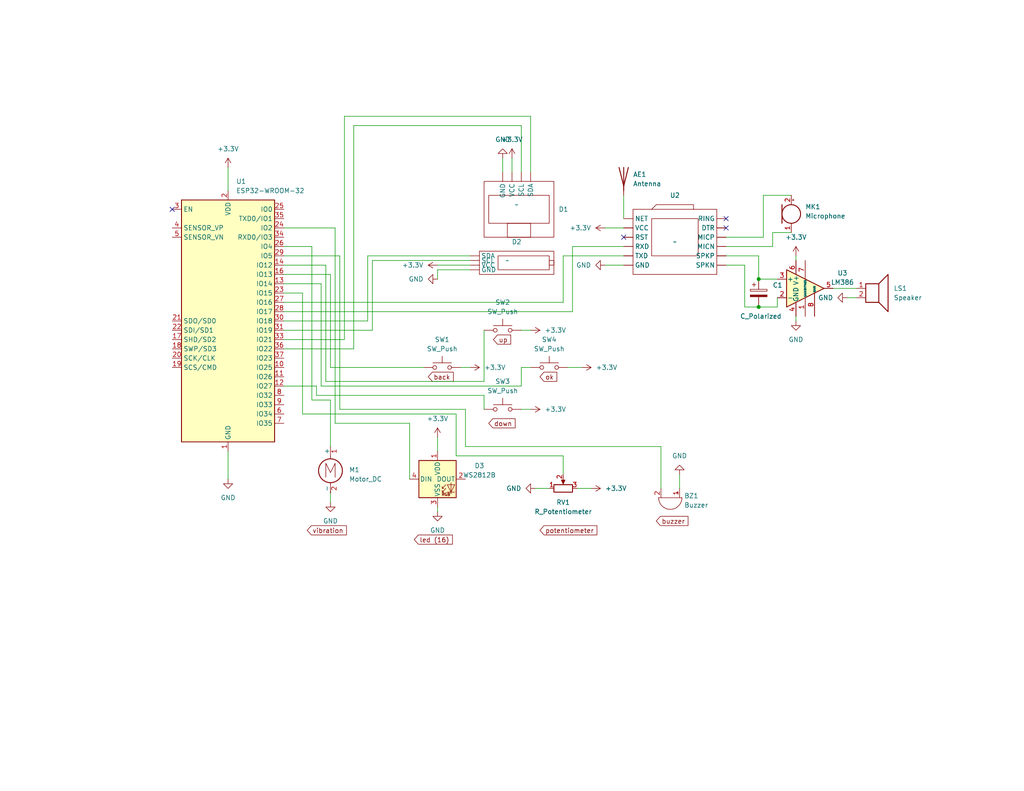
<source format=kicad_sch>
(kicad_sch (version 20230121) (generator eeschema)
  (paper "USLetter")
  (title_block (title "BComfy") (rev "0.1") (company "BComfy") (comment 1 "PrepaTec Saltillo - PrepAPPS 2024"))
  (lib_symbols
    (symbol "Amplifier_Audio:LM386" (pin_names (offset 0.127))
      (property "Reference" "U" (at 1.27 7.62 0))
      (property "Value" "LM386" (at 1.27 5.08 0))
      (symbol "LM386_0_1"
        (polyline (pts (xy 5.08 0) (xy -5.08 5.08) (xy -5.08 -5.08) (xy 5.08 0)) (stroke (width 0.254)) (fill (type background)))
      )
      (symbol "LM386_1_1"
        (pin input line (at 0 -7.62 90) (length 5.08) (name "GAIN") (number "1"))
        (pin input line (at -7.62 -2.54 0) (length 2.54) (name "-") (number "2"))
        (pin input line (at -7.62 2.54 0) (length 2.54) (name "+") (number "3"))
        (pin power_in line (at -2.54 -7.62 90) (length 3.81) (name "GND") (number "4"))
        (pin output line (at 7.62 0 180) (length 2.54) (name "~") (number "5"))
        (pin power_in line (at -2.54 7.62 270) (length 3.81) (name "V+") (number "6"))
        (pin input line (at 0 7.62 270) (length 5.08) (name "BYPASS") (number "7"))
        (pin input line (at 2.54 -7.62 90) (length 6.35) (name "GAIN") (number "8"))
      )
    )
    (symbol "Device:Antenna" (pin_numbers hide) (pin_names (offset 1.016) hide)
      (property "Reference" "AE" (at -1.905 1.905 0))
      (property "Value" "Antenna" (at -1.905 0 0))
      (symbol "Antenna_0_1"
        (polyline (pts (xy 0 2.54) (xy 0 -3.81)) (stroke (width 0.254)))
        (polyline (pts (xy 1.27 2.54) (xy 0 -2.54) (xy -1.27 2.54)) (stroke (width 0.254)))
      )
      (symbol "Antenna_1_1"
        (pin input line (at 0 -5.08 90) (length 2.54) (name "A") (number "1"))
      )
    )
    (symbol "Device:Buzzer" (pin_names (offset 0.0254) hide)
      (property "Reference" "BZ" (at 3.81 1.27 0))
      (property "Value" "Buzzer" (at 3.81 -1.27 0))
      (symbol "Buzzer_0_1"
        (arc (start 0 -3.175) (mid 3.1612 0) (end 0 3.175))
        (polyline (pts (xy -1.651 1.905) (xy -1.143 1.905)))
        (polyline (pts (xy -1.397 2.159) (xy -1.397 1.651)))
        (polyline (pts (xy 0 3.175) (xy 0 -3.175)))
      )
      (symbol "Buzzer_1_1"
        (pin passive line (at -2.54 2.54 0) (length 2.54) (name "+") (number "1"))
        (pin passive line (at -2.54 -2.54 0) (length 2.54) (name "-") (number "2"))
      )
    )
    (symbol "Device:C_Polarized" (pin_numbers hide) (pin_names (offset 0.254))
      (property "Reference" "C" (at 0.635 2.54 0))
      (property "Value" "C_Polarized" (at 0.635 -2.54 0))
      (symbol "C_Polarized_0_1"
        (rectangle (start -2.286 0.508) (end 2.286 1.016))
        (polyline (pts (xy -1.778 2.286) (xy -0.762 2.286)))
        (polyline (pts (xy -1.27 2.794) (xy -1.27 1.778)))
        (rectangle (start 2.286 -0.508) (end -2.286 -1.016) (fill (type outline)))
      )
      (symbol "C_Polarized_1_1"
        (pin passive line (at 0 3.81 270) (length 2.794) (name "~") (number "1"))
        (pin passive line (at 0 -3.81 90) (length 2.794) (name "~") (number "2"))
      )
    )
    (symbol "Device:Microphone" (pin_names (offset 0.0254) hide)
      (property "Reference" "MK" (at -3.81 1.27 0))
      (property "Value" "Microphone" (at -3.81 -0.635 0))
      (symbol "Microphone_0_1"
        (polyline (pts (xy -2.54 2.54) (xy -2.54 -2.54)) (stroke (width 0.254)))
        (polyline (pts (xy 0.254 3.81) (xy 0.762 3.81)))
        (polyline (pts (xy 0.508 4.064) (xy 0.508 3.556)))
        (circle (center 0 0) (radius 2.54) (stroke (width 0.254)))
      )
      (symbol "Microphone_1_1"
        (pin passive line (at 0 -5.08 90) (length 2.54) (name "-") (number "1"))
        (pin passive line (at 0 5.08 270) (length 2.54) (name "+") (number "2"))
      )
    )
    (symbol "Device:R_Potentiometer" (pin_names (offset 1.016) hide)
      (property "Reference" "RV" (at -4.445 0 90))
      (property "Value" "R_Potentiometer" (at -2.54 0 90))
      (symbol "R_Potentiometer_0_1"
        (polyline (pts (xy 2.54 0) (xy 1.524 0)))
        (polyline (pts (xy 1.143 0) (xy 2.286 0.508) (xy 2.286 -0.508) (xy 1.143 0)) (fill (type outline)))
        (rectangle (start 1.016 2.54) (end -1.016 -2.54) (stroke (width 0.254)))
      )
      (symbol "R_Potentiometer_1_1"
        (pin passive line (at 0 3.81 270) (length 1.27) (name "1") (number "1"))
        (pin passive line (at 3.81 0 180) (length 1.27) (name "2") (number "2"))
        (pin passive line (at 0 -3.81 90) (length 1.27) (name "3") (number "3"))
      )
    )
    (symbol "Device:Speaker" (pin_names (offset 0) hide)
      (property "Reference" "LS" (at 1.27 5.715 0))
      (property "Value" "Speaker" (at 1.27 3.81 0))
      (symbol "Speaker_0_0"
        (rectangle (start -2.54 1.27) (end 1.016 -3.81) (stroke (width 0.254)))
        (polyline (pts (xy 1.016 1.27) (xy 3.556 3.81) (xy 3.556 -6.35) (xy 1.016 -3.81)) (stroke (width 0.254)))
      )
      (symbol "Speaker_1_1"
        (pin input line (at -5.08 0 0) (length 2.54) (name "1") (number "1"))
        (pin input line (at -5.08 -2.54 0) (length 2.54) (name "2") (number "2"))
      )
    )
    (symbol "LED:WS2812B" (pin_names (offset 0.254))
      (property "Reference" "D" (at 5.08 5.715 0))
      (property "Value" "WS2812B" (at 1.27 -5.715 0))
      (symbol "WS2812B_0_0"
        (text "RGB" (at 2.286 -4.191 0) (effects (font (size 0.762 0.762))))
      )
      (symbol "WS2812B_0_1"
        (polyline (pts (xy 1.27 -3.556) (xy 1.778 -3.556)))
        (polyline (pts (xy 1.27 -2.54) (xy 1.778 -2.54)))
        (polyline (pts (xy 4.699 -3.556) (xy 2.667 -3.556)))
        (polyline (pts (xy 2.286 -2.54) (xy 1.27 -3.556) (xy 1.27 -3.048)))
        (polyline (pts (xy 2.286 -1.524) (xy 1.27 -2.54) (xy 1.27 -2.032)))
        (polyline (pts (xy 3.683 -1.016) (xy 3.683 -3.556) (xy 3.683 -4.064)))
        (polyline (pts (xy 4.699 -1.524) (xy 2.667 -1.524) (xy 3.683 -3.556) (xy 4.699 -1.524)))
        (rectangle (start 5.08 5.08) (end -5.08 -5.08) (stroke (width 0.254)) (fill (type background)))
      )
      (symbol "WS2812B_1_1"
        (pin power_in line (at 0 7.62 270) (length 2.54) (name "VDD") (number "1"))
        (pin output line (at 7.62 0 180) (length 2.54) (name "DOUT") (number "2"))
        (pin power_in line (at 0 -7.62 90) (length 2.54) (name "VSS") (number "3"))
        (pin input line (at -7.62 0 0) (length 2.54) (name "DIN") (number "4"))
      )
    )
    (symbol "Motor:Motor_DC" (pin_names (offset 0))
      (property "Reference" "M" (at 2.54 2.54 0))
      (property "Value" "Motor_DC" (at 2.54 -5.08 0))
      (symbol "Motor_DC_0_0"
        (polyline (pts (xy -1.27 -3.302) (xy -1.27 0.508) (xy 0 -2.032) (xy 1.27 0.508) (xy 1.27 -3.302)))
      )
      (symbol "Motor_DC_0_1"
        (circle (center 0 -1.524) (radius 3.2512) (stroke (width 0.254)))
        (polyline (pts (xy 0 -7.62) (xy 0 -7.112)))
        (polyline (pts (xy 0 -4.7752) (xy 0 -5.1816)))
        (polyline (pts (xy 0 1.7272) (xy 0 2.0828)))
        (polyline (pts (xy 0 2.032) (xy 0 2.54)))
      )
      (symbol "Motor_DC_1_1"
        (pin passive line (at 0 5.08 270) (length 2.54) (name "+") (number "1"))
        (pin passive line (at 0 -7.62 90) (length 2.54) (name "-") (number "2"))
      )
    )
    (symbol "RF_Module:ESP32-WROOM-32"
      (property "Reference" "U" (at -12.7 34.29 0))
      (property "Value" "ESP32-WROOM-32" (at 1.27 34.29 0))
      (symbol "ESP32-WROOM-32_0_1"
        (rectangle (start -12.7 33.02) (end 12.7 -33.02) (stroke (width 0.254)) (fill (type background)))
      )
      (symbol "ESP32-WROOM-32_1_1"
        (pin power_in line (at 0 -35.56 90) (length 2.54) (name "GND") (number "1"))
        (pin bidirectional line (at 15.24 -12.7 180) (length 2.54) (name "IO25") (number "10"))
        (pin bidirectional line (at 15.24 -15.24 180) (length 2.54) (name "IO26") (number "11"))
        (pin bidirectional line (at 15.24 -17.78 180) (length 2.54) (name "IO27") (number "12"))
        (pin bidirectional line (at 15.24 10.16 180) (length 2.54) (name "IO14") (number "13"))
        (pin bidirectional line (at 15.24 15.24 180) (length 2.54) (name "IO12") (number "14"))
        (pin passive line (at 0 -35.56 90) (length 2.54) hide (name "GND") (number "15"))
        (pin bidirectional line (at 15.24 12.7 180) (length 2.54) (name "IO13") (number "16"))
        (pin bidirectional line (at -15.24 -5.08 0) (length 2.54) (name "SHD/SD2") (number "17"))
        (pin bidirectional line (at -15.24 -7.62 0) (length 2.54) (name "SWP/SD3") (number "18"))
        (pin bidirectional line (at -15.24 -12.7 0) (length 2.54) (name "SCS/CMD") (number "19"))
        (pin power_in line (at 0 35.56 270) (length 2.54) (name "VDD") (number "2"))
        (pin bidirectional line (at -15.24 -10.16 0) (length 2.54) (name "SCK/CLK") (number "20"))
        (pin bidirectional line (at -15.24 0 0) (length 2.54) (name "SDO/SD0") (number "21"))
        (pin bidirectional line (at -15.24 -2.54 0) (length 2.54) (name "SDI/SD1") (number "22"))
        (pin bidirectional line (at 15.24 7.62 180) (length 2.54) (name "IO15") (number "23"))
        (pin bidirectional line (at 15.24 25.4 180) (length 2.54) (name "IO2") (number "24"))
        (pin bidirectional line (at 15.24 30.48 180) (length 2.54) (name "IO0") (number "25"))
        (pin bidirectional line (at 15.24 20.32 180) (length 2.54) (name "IO4") (number "26"))
        (pin bidirectional line (at 15.24 5.08 180) (length 2.54) (name "IO16") (number "27"))
        (pin bidirectional line (at 15.24 2.54 180) (length 2.54) (name "IO17") (number "28"))
        (pin bidirectional line (at 15.24 17.78 180) (length 2.54) (name "IO5") (number "29"))
        (pin input line (at -15.24 30.48 0) (length 2.54) (name "EN") (number "3"))
        (pin bidirectional line (at 15.24 0 180) (length 2.54) (name "IO18") (number "30"))
        (pin bidirectional line (at 15.24 -2.54 180) (length 2.54) (name "IO19") (number "31"))
        (pin no_connect line (at -12.7 -27.94 0) (length 2.54) hide (name "NC") (number "32"))
        (pin bidirectional line (at 15.24 -5.08 180) (length 2.54) (name "IO21") (number "33"))
        (pin bidirectional line (at 15.24 22.86 180) (length 2.54) (name "RXD0/IO3") (number "34"))
        (pin bidirectional line (at 15.24 27.94 180) (length 2.54) (name "TXD0/IO1") (number "35"))
        (pin bidirectional line (at 15.24 -7.62 180) (length 2.54) (name "IO22") (number "36"))
        (pin bidirectional line (at 15.24 -10.16 180) (length 2.54) (name "IO23") (number "37"))
        (pin passive line (at 0 -35.56 90) (length 2.54) hide (name "GND") (number "38"))
        (pin passive line (at 0 -35.56 90) (length 2.54) hide (name "GND") (number "39"))
        (pin input line (at -15.24 25.4 0) (length 2.54) (name "SENSOR_VP") (number "4"))
        (pin input line (at -15.24 22.86 0) (length 2.54) (name "SENSOR_VN") (number "5"))
        (pin input line (at 15.24 -25.4 180) (length 2.54) (name "IO34") (number "6"))
        (pin input line (at 15.24 -27.94 180) (length 2.54) (name "IO35") (number "7"))
        (pin bidirectional line (at 15.24 -20.32 180) (length 2.54) (name "IO32") (number "8"))
        (pin bidirectional line (at 15.24 -22.86 180) (length 2.54) (name "IO33") (number "9"))
      )
    )
    (symbol "Switch:SW_Push" (pin_numbers hide) (pin_names (offset 1.016) hide)
      (property "Reference" "SW" (at 1.27 2.54 0))
      (property "Value" "SW_Push" (at 0 -1.524 0))
      (symbol "SW_Push_0_1"
        (circle (center -2.032 0) (radius 0.508))
        (polyline (pts (xy 0 1.27) (xy 0 3.048)))
        (polyline (pts (xy 2.54 1.27) (xy -2.54 1.27)))
        (circle (center 2.032 0) (radius 0.508))
        (pin passive line (at -5.08 0 0) (length 2.54) (name "1") (number "1"))
        (pin passive line (at 5.08 0 180) (length 2.54) (name "2") (number "2"))
      )
    )
    (symbol "gsm:SIM800L"
      (property "Reference" "U" (at 0 0 0))
      (symbol "SIM800L_0_1"
        (rectangle (start -11.43 8.89) (end 11.43 -8.89))
        (rectangle (start -6.35 6.35) (end 6.35 -3.81))
        (polyline (pts (xy -5.08 10.16) (xy -6.35 8.89)))
        (polyline (pts (xy -5.08 10.16) (xy 5.08 10.16) (xy 5.08 8.89)))
      )
      (symbol "SIM800L_1_1"
        (pin input line (at 13.97 3.81 180) (length 2.54) (name "DTR") (number ""))
        (pin input line (at -13.97 -6.35 0) (length 2.54) (name "GND") (number ""))
        (pin output line (at 13.97 -1.27 180) (length 2.54) (name "MICN") (number ""))
        (pin input line (at 13.97 1.27 180) (length 2.54) (name "MICP") (number ""))
        (pin input line (at -13.97 6.35 0) (length 2.54) (name "NET") (number ""))
        (pin output line (at 13.97 6.35 180) (length 2.54) (name "RING") (number ""))
        (pin input line (at -13.97 1.27 0) (length 2.54) (name "RST") (number ""))
        (pin input line (at -13.97 -1.27 0) (length 2.54) (name "RXD") (number ""))
        (pin output line (at 13.97 -6.35 180) (length 2.54) (name "SPKN") (number ""))
        (pin output line (at 13.97 -3.81 180) (length 2.54) (name "SPKP") (number ""))
        (pin output line (at -13.97 -3.81 0) (length 2.54) (name "TXD") (number ""))
        (pin input line (at -13.97 3.81 0) (length 2.54) (name "VCC") (number ""))
      )
    )
    (symbol "oled_screens:SSD1306_128x32_OLED_Display"
      (property "Reference" "D" (at 0 -1.27 0))
      (symbol "SSD1306_128x32_OLED_Display_0_1"
        (rectangle (start -7.62 2.54) (end 12.7 -3.81))
        (rectangle (start -2.54 1.27) (end 11.43 -2.54))
        (rectangle (start 11.43 0) (end 12.7 -1.27))
      )
      (symbol "SSD1306_128x32_OLED_Display_1_1"
        (pin input line (at -10.16 -2.54 0) (length 2.54) (name "GND") (number ""))
        (pin input line (at -10.16 0 0) (length 2.54) (name "SCL") (number ""))
        (pin input line (at -10.16 1.27 0) (length 2.54) (name "SDA") (number ""))
        (pin power_in line (at -10.16 -1.27 0) (length 2.54) (name "VCC") (number ""))
      )
    )
    (symbol "oled_screens:SSD1306_128x64_OLED_Display"
      (property "Reference" "D" (at 0 -2.54 0))
      (symbol "SSD1306_128x64_OLED_Display_0_1"
        (rectangle (start -8.89 6.35) (end 10.16 -8.89))
        (rectangle (start -7.62 2.54) (end 8.89 -5.08))
        (rectangle (start -2.54 -5.08) (end 3.81 -8.89))
      )
      (symbol "SSD1306_128x64_OLED_Display_1_1"
        (pin input line (at -3.81 8.89 270) (length 2.54) (name "GND") (number ""))
        (pin input line (at 1.27 8.89 270) (length 2.54) (name "SCL") (number ""))
        (pin input line (at 3.81 8.89 270) (length 2.54) (name "SDA") (number ""))
        (pin power_in line (at -1.27 8.89 270) (length 2.54) (name "VCC") (number ""))
      )
    )
    (symbol "power:+3.3V" (power) (pin_names (offset 0))
      (property "Value" "+3.3V" (at 0 3.556 0))
      (symbol "+3.3V_0_1"
        (polyline (pts (xy -0.762 1.27) (xy 0 2.54)))
        (polyline (pts (xy 0 0) (xy 0 2.54)))
        (polyline (pts (xy 0 2.54) (xy 0.762 1.27)))
      )
      (symbol "+3.3V_1_1"
        (pin power_in line (at 0 0 90) (length 0) hide (name "+3.3V") (number "1"))
      )
    )
    (symbol "power:GND" (power) (pin_names (offset 0))
      (property "Value" "GND" (at 0 -3.81 0))
      (symbol "GND_0_1"
        (polyline (pts (xy 0 0) (xy 0 -1.27) (xy 1.27 -1.27) (xy 0 -2.54) (xy -1.27 -1.27) (xy 0 -1.27)))
      )
      (symbol "GND_1_1"
        (pin power_in line (at 0 0 270) (length 0) hide (name "GND") (number "1"))
      )
    )
  )
  (junction (at 207.01 76.2))
  (junction (at 207.01 83.82))
  (no_connect (at 198.12 59.69))
  (no_connect (at 170.18 64.77))
  (no_connect (at 198.12 62.23))
  (no_connect (at 46.99 57.15))
  (wire (pts (xy 144.78 46.99) (xy 144.78 31.75)))
  (wire (pts (xy 207.01 69.85) (xy 207.01 76.2)))
  (wire (pts (xy 124.46 124.46) (xy 124.46 113.03)))
  (wire (pts (xy 100.33 69.85) (xy 100.33 87.63)))
  (wire (pts (xy 101.6 71.12) (xy 101.6 90.17)))
  (wire (pts (xy 208.28 53.34) (xy 208.28 64.77)))
  (wire (pts (xy 85.09 67.31) (xy 77.47 67.31)))
  (wire (pts (xy 90.17 100.33) (xy 90.17 74.93)))
  (wire (pts (xy 217.17 86.36) (xy 217.17 87.63)))
  (wire (pts (xy 87.63 105.41) (xy 142.24 105.41)))
  (wire (pts (xy 198.12 67.31) (xy 210.82 67.31)))
  (wire (pts (xy 90.17 134.62) (xy 90.17 137.16)))
  (wire (pts (xy 198.12 72.39) (xy 203.2 72.39)))
  (wire (pts (xy 139.7 43.18) (xy 139.7 46.99)))
  (wire (pts (xy 180.34 121.92) (xy 127 121.92)))
  (wire (pts (xy 91.44 62.23) (xy 91.44 115.57)))
  (wire (pts (xy 87.63 77.47) (xy 77.47 77.47)))
  (wire (pts (xy 125.73 100.33) (xy 128.27 100.33)))
  (wire (pts (xy 115.57 100.33) (xy 90.17 100.33)))
  (wire (pts (xy 153.67 69.85) (xy 153.67 82.55)))
  (wire (pts (xy 146.05 133.35) (xy 149.86 133.35)))
  (wire (pts (xy 101.6 71.12) (xy 128.27 71.12)))
  (wire (pts (xy 88.9 104.14) (xy 88.9 72.39)))
  (wire (pts (xy 86.36 105.41) (xy 77.47 105.41)))
  (wire (pts (xy 144.78 31.75) (xy 93.98 31.75)))
  (wire (pts (xy 86.36 107.95) (xy 132.08 107.95)))
  (wire (pts (xy 156.21 67.31) (xy 170.18 67.31)))
  (wire (pts (xy 62.23 123.19) (xy 62.23 130.81)))
  (wire (pts (xy 215.9 53.34) (xy 208.28 53.34)))
  (wire (pts (xy 198.12 69.85) (xy 207.01 69.85)))
  (wire (pts (xy 132.08 90.17) (xy 132.08 104.14)))
  (wire (pts (xy 128.27 69.85) (xy 100.33 69.85)))
  (wire (pts (xy 77.47 62.23) (xy 91.44 62.23)))
  (wire (pts (xy 77.47 85.09) (xy 156.21 85.09)))
  (wire (pts (xy 82.55 113.03) (xy 82.55 80.01)))
  (wire (pts (xy 119.38 73.66) (xy 128.27 73.66)))
  (wire (pts (xy 231.14 81.28) (xy 233.68 81.28)))
  (wire (pts (xy 127 121.92) (xy 127 111.76)))
  (wire (pts (xy 142.24 90.17) (xy 144.78 90.17)))
  (wire (pts (xy 207.01 76.2) (xy 212.09 76.2)))
  (wire (pts (xy 203.2 72.39) (xy 203.2 83.82)))
  (wire (pts (xy 170.18 69.85) (xy 153.67 69.85)))
  (wire (pts (xy 170.18 53.34) (xy 170.18 59.69)))
  (wire (pts (xy 142.24 111.76) (xy 144.78 111.76)))
  (wire (pts (xy 212.09 83.82) (xy 212.09 81.28)))
  (wire (pts (xy 142.24 100.33) (xy 142.24 105.41)))
  (wire (pts (xy 165.1 72.39) (xy 170.18 72.39)))
  (wire (pts (xy 62.23 45.72) (xy 62.23 52.07)))
  (wire (pts (xy 207.01 83.82) (xy 212.09 83.82)))
  (wire (pts (xy 153.67 82.55) (xy 77.47 82.55)))
  (wire (pts (xy 119.38 138.43) (xy 119.38 139.7)))
  (wire (pts (xy 92.71 69.85) (xy 77.47 69.85)))
  (wire (pts (xy 154.94 100.33) (xy 158.75 100.33)))
  (wire (pts (xy 90.17 121.92) (xy 90.17 109.22)))
  (wire (pts (xy 111.76 115.57) (xy 111.76 130.81)))
  (wire (pts (xy 156.21 85.09) (xy 156.21 67.31)))
  (wire (pts (xy 91.44 115.57) (xy 111.76 115.57)))
  (wire (pts (xy 88.9 72.39) (xy 77.47 72.39)))
  (wire (pts (xy 119.38 119.38) (xy 119.38 123.19)))
  (wire (pts (xy 93.98 92.71) (xy 77.47 92.71)))
  (wire (pts (xy 210.82 63.5) (xy 215.9 63.5)))
  (wire (pts (xy 85.09 109.22) (xy 85.09 67.31)))
  (wire (pts (xy 119.38 72.39) (xy 128.27 72.39)))
  (wire (pts (xy 165.1 62.23) (xy 170.18 62.23)))
  (wire (pts (xy 185.42 129.54) (xy 185.42 133.35)))
  (wire (pts (xy 144.78 100.33) (xy 142.24 100.33)))
  (wire (pts (xy 142.24 34.29) (xy 96.52 34.29)))
  (wire (pts (xy 88.9 104.14) (xy 132.08 104.14)))
  (wire (pts (xy 100.33 87.63) (xy 77.47 87.63)))
  (wire (pts (xy 208.28 64.77) (xy 198.12 64.77)))
  (wire (pts (xy 90.17 74.93) (xy 77.47 74.93)))
  (wire (pts (xy 153.67 124.46) (xy 124.46 124.46)))
  (wire (pts (xy 153.67 129.54) (xy 153.67 124.46)))
  (wire (pts (xy 86.36 107.95) (xy 86.36 105.41)))
  (wire (pts (xy 203.2 83.82) (xy 207.01 83.82)))
  (wire (pts (xy 96.52 95.25) (xy 77.47 95.25)))
  (wire (pts (xy 217.17 69.85) (xy 217.17 71.12)))
  (wire (pts (xy 90.17 109.22) (xy 85.09 109.22)))
  (wire (pts (xy 142.24 46.99) (xy 142.24 34.29)))
  (wire (pts (xy 119.38 76.2) (xy 119.38 73.66)))
  (wire (pts (xy 82.55 80.01) (xy 77.47 80.01)))
  (wire (pts (xy 127 111.76) (xy 92.71 111.76)))
  (wire (pts (xy 157.48 133.35) (xy 161.29 133.35)))
  (wire (pts (xy 227.33 78.74) (xy 233.68 78.74)))
  (wire (pts (xy 96.52 34.29) (xy 96.52 95.25)))
  (wire (pts (xy 124.46 113.03) (xy 82.55 113.03)))
  (wire (pts (xy 87.63 105.41) (xy 87.63 77.47)))
  (wire (pts (xy 180.34 133.35) (xy 180.34 121.92)))
  (wire (pts (xy 210.82 67.31) (xy 210.82 63.5)))
  (wire (pts (xy 101.6 90.17) (xy 77.47 90.17)))
  (wire (pts (xy 93.98 31.75) (xy 93.98 92.71)))
  (wire (pts (xy 137.16 43.18) (xy 137.16 46.99)))
  (wire (pts (xy 132.08 111.76) (xy 132.08 107.95)))
  (wire (pts (xy 92.71 111.76) (xy 92.71 69.85)))
  (global_label "down" (shape input) (at 133.35 115.57 0) (property "Intersheetrefs" "${INTERSHEET_REFS}" (effects hide)))
  (global_label "up" (shape input) (at 134.62 92.71 0) (property "Intersheetrefs" "${INTERSHEET_REFS}" (effects hide)))
  (global_label "potentiometer" (shape input) (at 147.32 144.78 0) (property "Intersheetrefs" "${INTERSHEET_REFS}" (effects hide)))
  (global_label "vibration" (shape input) (at 83.82 144.78 0) (property "Intersheetrefs" "${INTERSHEET_REFS}" (effects hide)))
  (global_label "led (16)" (shape input) (at 113.03 147.32 0) (property "Intersheetrefs" "${INTERSHEET_REFS}" (effects hide)))
  (global_label "ok" (shape input) (at 147.32 102.87 0) (property "Intersheetrefs" "${INTERSHEET_REFS}" (effects hide)))
  (global_label "buzzer" (shape input) (at 179.07 142.24 0) (property "Intersheetrefs" "${INTERSHEET_REFS}" (effects hide)))
  (global_label "back" (shape input) (at 116.84 102.87 0) (property "Intersheetrefs" "${INTERSHEET_REFS}" (effects hide)))
  (symbol (lib_id "power:+3.3V") (at 128.27 100.33 270) (unit 1)
    (property "Reference" "#PWR05" (effects hide))
    (property "Value" "+3.3V" (at 132.08 100.33 90) (effects (justify left)))
  )
  (symbol (lib_id "power:+3.3V") (at 165.1 62.23 90) (unit 1)
    (property "Reference" "#PWR017" (effects hide))
    (property "Value" "+3.3V" (at 161.29 62.23 90) (effects (justify left)))
  )
  (symbol (lib_id "power:+3.3V") (at 139.7 43.18 0) (unit 1)
    (property "Reference" "#PWR08" (effects hide))
    (property "Value" "+3.3V" (at 139.7 38.1 0))
  )
  (symbol (lib_id "Device:Speaker") (at 238.76 78.74 0) (unit 1)
    (property "Reference" "LS1" (at 243.84 78.74 0) (effects (justify left)))
    (property "Value" "Speaker" (at 243.84 81.28 0) (effects (justify left)))
  )
  (symbol (lib_id "power:GND") (at 185.42 129.54 180) (unit 1)
    (property "Reference" "#PWR016" (effects hide))
    (property "Value" "GND" (at 185.42 124.46 0))
  )
  (symbol (lib_id "power:GND") (at 217.17 87.63 0) (unit 1)
    (property "Reference" "#PWR020" (effects hide))
    (property "Value" "GND" (at 217.17 92.71 0))
  )
  (symbol (lib_id "power:+3.3V") (at 119.38 72.39 90) (unit 1)
    (property "Reference" "#PWR09" (effects hide))
    (property "Value" "+3.3V" (at 115.57 72.39 90) (effects (justify left)))
  )
  (symbol (lib_id "power:GND") (at 119.38 76.2 270) (unit 1)
    (property "Reference" "#PWR010" (effects hide))
    (property "Value" "GND" (at 115.57 76.2 90) (effects (justify right)))
  )
  (symbol (lib_id "power:GND") (at 231.14 81.28 270) (unit 1)
    (property "Reference" "#PWR021" (effects hide))
    (property "Value" "GND" (at 227.33 81.28 90) (effects (justify right)))
  )
  (symbol (lib_id "Switch:SW_Push") (at 137.16 90.17 0) (unit 1)
    (property "Reference" "SW2" (at 137.16 82.55 0))
    (property "Value" "SW_Push" (at 137.16 85.09 0))
  )
  (symbol (lib_id "Switch:SW_Push") (at 149.86 100.33 0) (unit 1)
    (property "Reference" "SW4" (at 149.86 92.71 0))
    (property "Value" "SW_Push" (at 149.86 95.25 0))
  )
  (symbol (lib_id "Device:Buzzer") (at 182.88 135.89 270) (unit 1)
    (property "Reference" "BZ1" (at 186.69 135.3751 90) (effects (justify left)))
    (property "Value" "Buzzer" (at 186.69 137.9151 90) (effects (justify left)))
  )
  (symbol (lib_id "power:+3.3V") (at 144.78 111.76 270) (unit 1)
    (property "Reference" "#PWR06" (effects hide))
    (property "Value" "+3.3V" (at 148.59 111.76 90) (effects (justify left)))
  )
  (symbol (lib_id "RF_Module:ESP32-WROOM-32") (at 62.23 87.63 0) (unit 1)
    (property "Reference" "U1" (at 64.4241 49.53 0) (effects (justify left)))
    (property "Value" "ESP32-WROOM-32" (at 64.4241 52.07 0) (effects (justify left)))
    (property "Footprint" "RF_Module:ESP32-WROOM-32" (effects hide))
    (property "Datasheet" "https://www.espressif.com/sites/default/files/documentation/esp32-wroom-32_datasheet_en.pdf" (effects hide))
  )
  (symbol (lib_id "oled_screens:SSD1306_128x32_OLED_Display") (at 138.43 71.12 0) (unit 1)
    (property "Reference" "D2" (at 140.97 66.04 0))
    (property "Value" "~" (at 138.43 71.12 0))
  )
  (symbol (lib_id "Device:C_Polarized") (at 207.01 80.01 0) (unit 1)
    (property "Reference" "C1" (at 210.82 77.851 0) (effects (justify left)))
    (property "Value" "C_Polarized" (at 201.93 86.36 0) (effects (justify left)))
  )
  (symbol (lib_id "power:+3.3V") (at 62.23 45.72 0) (unit 1)
    (property "Reference" "#PWR01" (effects hide))
    (property "Value" "+3.3V" (at 62.23 40.64 0))
  )
  (symbol (lib_id "power:+3.3V") (at 158.75 100.33 270) (unit 1)
    (property "Reference" "#PWR03" (effects hide))
    (property "Value" "+3.3V" (at 162.56 100.33 90) (effects (justify left)))
  )
  (symbol (lib_id "power:GND") (at 90.17 137.16 0) (unit 1)
    (property "Reference" "#PWR011" (effects hide))
    (property "Value" "GND" (at 90.17 142.24 0))
  )
  (symbol (lib_id "LED:WS2812B") (at 119.38 130.81 0) (unit 1)
    (property "Reference" "D3" (at 130.81 127.1621 0))
    (property "Value" "WS2812B" (at 130.81 129.7021 0))
    (property "Footprint" "LED_SMD:LED_WS2812B_PLCC4_5.0x5.0mm_P3.2mm" (effects hide))
    (property "Datasheet" "https://cdn-shop.adafruit.com/datasheets/WS2812B.pdf" (effects hide))
  )
  (symbol (lib_id "power:GND") (at 119.38 139.7 0) (unit 1)
    (property "Reference" "#PWR012" (effects hide))
    (property "Value" "GND" (at 119.38 144.78 0))
  )
  (symbol (lib_id "power:GND") (at 62.23 130.81 0) (unit 1)
    (property "Reference" "#PWR02" (effects hide))
    (property "Value" "GND" (at 62.23 135.89 0))
  )
  (symbol (lib_id "Motor:Motor_DC") (at 90.17 127 0) (unit 1)
    (property "Reference" "M1" (at 95.25 128.27 0) (effects (justify left)))
    (property "Value" "Motor_DC" (at 95.25 130.81 0) (effects (justify left)))
  )
  (symbol (lib_id "power:+3.3V") (at 217.17 69.85 0) (unit 1)
    (property "Reference" "#PWR019" (effects hide))
    (property "Value" "+3.3V" (at 217.17 64.77 0))
  )
  (symbol (lib_id "oled_screens:SSD1306_128x64_OLED_Display") (at 140.97 55.88 0) (unit 1)
    (property "Reference" "D1" (at 152.4 57.15 0) (effects (justify left)))
    (property "Value" "~" (at 140.97 55.88 0))
  )
  (symbol (lib_id "power:GND") (at 137.16 43.18 180) (unit 1)
    (property "Reference" "#PWR07" (effects hide))
    (property "Value" "GND" (at 137.16 38.1 0))
  )
  (symbol (lib_id "Device:Antenna") (at 170.18 48.26 0) (unit 1)
    (property "Reference" "AE1" (at 172.72 47.625 0) (effects (justify left)))
    (property "Value" "Antenna" (at 172.72 50.165 0) (effects (justify left)))
  )
  (symbol (lib_id "Switch:SW_Push") (at 120.65 100.33 0) (unit 1)
    (property "Reference" "SW1" (at 120.65 92.71 0))
    (property "Value" "SW_Push" (at 120.65 95.25 0))
  )
  (symbol (lib_id "power:GND") (at 146.05 133.35 270) (unit 1)
    (property "Reference" "#PWR014" (effects hide))
    (property "Value" "GND" (at 142.24 133.35 90) (effects (justify right)))
  )
  (symbol (lib_id "power:GND") (at 165.1 72.39 270) (unit 1)
    (property "Reference" "#PWR018" (effects hide))
    (property "Value" "GND" (at 161.29 72.39 90) (effects (justify right)))
  )
  (symbol (lib_id "Amplifier_Audio:LM386") (at 219.71 78.74 0) (unit 1)
    (property "Reference" "U3" (at 229.87 74.5491 0))
    (property "Value" "LM386" (at 229.87 77.0891 0))
    (property "Datasheet" "http://www.ti.com/lit/ds/symlink/lm386.pdf" (effects hide))
  )
  (symbol (lib_id "Device:R_Potentiometer") (at 153.67 133.35 90) (unit 1)
    (property "Reference" "RV1" (at 153.67 137.16 90))
    (property "Value" "R_Potentiometer" (at 153.67 139.7 90))
  )
  (symbol (lib_id "Switch:SW_Push") (at 137.16 111.76 0) (unit 1)
    (property "Reference" "SW3" (at 137.16 104.14 0))
    (property "Value" "SW_Push" (at 137.16 106.68 0))
  )
  (symbol (lib_id "gsm:SIM800L") (at 184.15 66.04 0) (unit 1)
    (property "Reference" "U2" (at 184.15 53.34 0))
    (property "Value" "~" (at 184.15 66.04 0))
  )
  (symbol (lib_id "power:+3.3V") (at 161.29 133.35 270) (unit 1)
    (property "Reference" "#PWR015" (effects hide))
    (property "Value" "+3.3V" (at 165.1 133.35 90) (effects (justify left)))
  )
  (symbol (lib_id "Device:Microphone") (at 215.9 58.42 0) (unit 1)
    (property "Reference" "MK1" (at 219.71 56.4515 0) (effects (justify left)))
    (property "Value" "Microphone" (at 219.71 58.9915 0) (effects (justify left)))
  )
  (symbol (lib_id "power:+3.3V") (at 119.38 119.38 0) (unit 1)
    (property "Reference" "#PWR013" (effects hide))
    (property "Value" "+3.3V" (at 119.38 114.3 0))
  )
  (symbol (lib_id "power:+3.3V") (at 144.78 90.17 270) (unit 1)
    (property "Reference" "#PWR04" (effects hide))
    (property "Value" "+3.3V" (at 148.59 90.17 90) (effects (justify left)))
  )
)
</source>
